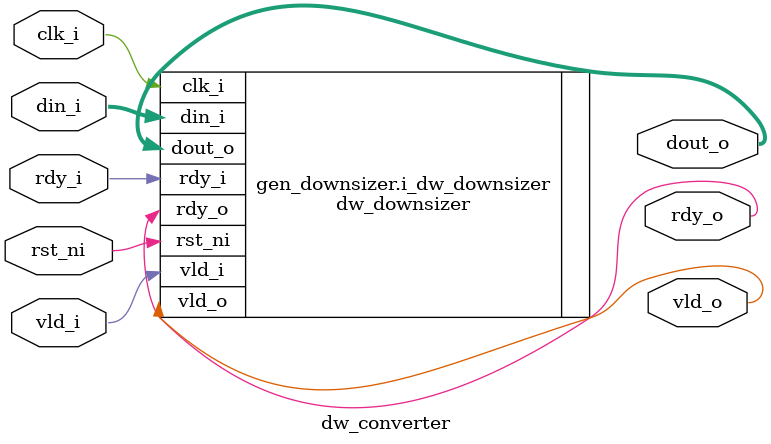
<source format=sv>

module dw_converter #(
  parameter int unsigned DW_IN  = 16,
  parameter int unsigned DW_OUT = 8
) (
  // Clock and Reset
  input  logic              clk_i,
  input  logic              rst_ni,

  // Input Interface
  input  logic [DW_IN-1:0]  din_i,
  input  logic              vld_i,
  output logic              rdy_o,

  // Output Interface
  output logic [DW_OUT-1:0] dout_o,
  output logic              vld_o,
  input  logic              rdy_i
);

  if (DW_IN >= DW_OUT) begin: gen_downsizer
    dw_downsizer # (
      .DW_IN  (DW_IN),
      .DW_OUT (DW_OUT)
    ) i_dw_downsizer (
      .clk_i,
      .rst_ni,
      .din_i,
      .vld_i,
      .rdy_o,
      .dout_o,
      .vld_o,
      .rdy_i
    );
  end else begin: gen_upsizer
    dw_upsizer # (
      .DW_IN  (DW_IN),
      .DW_OUT (DW_OUT)
    ) i_dw_upsizer (
      .clk_i,
      .rst_ni,
      .din_i,
      .vld_i,
      .rdy_o,
      .dout_o,
      .vld_o,
      .rdy_i
    );
  end

endmodule // dw_converter


</source>
